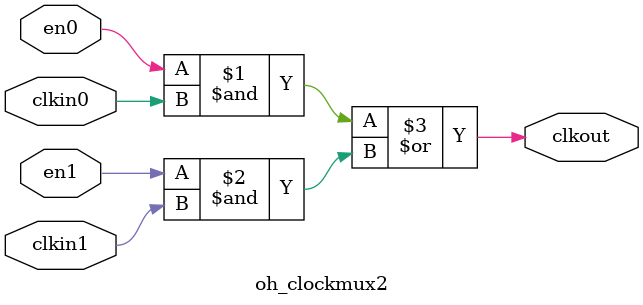
<source format=v>
module oh_clockmux2(	// file.cleaned.mlir:2:3
  input  en0,	// file.cleaned.mlir:2:30
         en1,	// file.cleaned.mlir:2:44
         clkin0,	// file.cleaned.mlir:2:58
         clkin1,	// file.cleaned.mlir:2:75
  output clkout	// file.cleaned.mlir:2:93
);

  assign clkout = en0 & clkin0 | en1 & clkin1;	// file.cleaned.mlir:3:10, :4:10, :5:10, :6:5
endmodule


</source>
